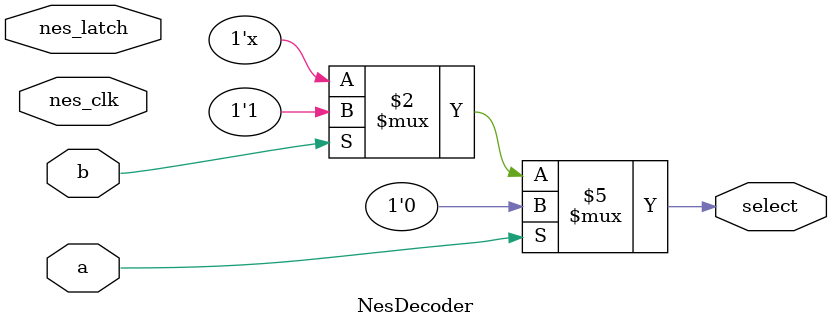
<source format=sv>

module NesDecoder (input logic nes_clk, nes_latch, a, b,
						//input logic [7:0] readButtons,
						output logic select);
						
	//readButton[7] is the a button
	//readButton[6] is the b button
	
	always @ (nes_latch)
		begin
			//if(nes_latch)
		//			begin
						if(a) 
								select <= 0;// to add
						else if (b)
								select <= 1;// to subtract
			//		end
		end
endmodule
		
</source>
